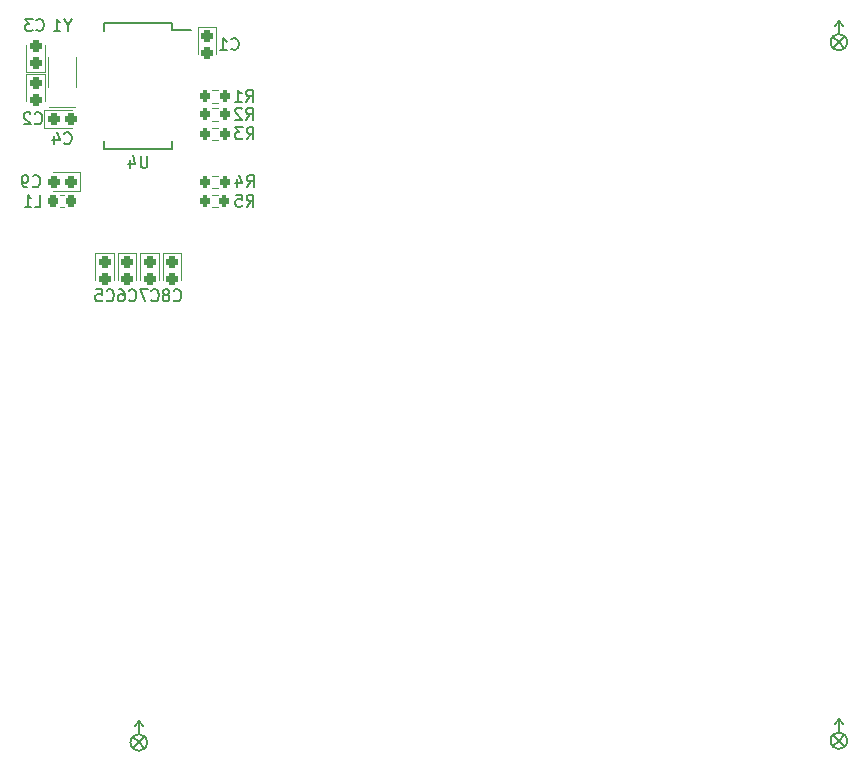
<source format=gbo>
G04 #@! TF.GenerationSoftware,KiCad,Pcbnew,7.0.7*
G04 #@! TF.CreationDate,2023-10-04T16:42:28-06:00*
G04 #@! TF.ProjectId,Modular_Interfaces,4d6f6475-6c61-4725-9f49-6e7465726661,rev?*
G04 #@! TF.SameCoordinates,Original*
G04 #@! TF.FileFunction,Legend,Bot*
G04 #@! TF.FilePolarity,Positive*
%FSLAX46Y46*%
G04 Gerber Fmt 4.6, Leading zero omitted, Abs format (unit mm)*
G04 Created by KiCad (PCBNEW 7.0.7) date 2023-10-04 16:42:28*
%MOMM*%
%LPD*%
G01*
G04 APERTURE LIST*
G04 Aperture macros list*
%AMRoundRect*
0 Rectangle with rounded corners*
0 $1 Rounding radius*
0 $2 $3 $4 $5 $6 $7 $8 $9 X,Y pos of 4 corners*
0 Add a 4 corners polygon primitive as box body*
4,1,4,$2,$3,$4,$5,$6,$7,$8,$9,$2,$3,0*
0 Add four circle primitives for the rounded corners*
1,1,$1+$1,$2,$3*
1,1,$1+$1,$4,$5*
1,1,$1+$1,$6,$7*
1,1,$1+$1,$8,$9*
0 Add four rect primitives between the rounded corners*
20,1,$1+$1,$2,$3,$4,$5,0*
20,1,$1+$1,$4,$5,$6,$7,0*
20,1,$1+$1,$6,$7,$8,$9,0*
20,1,$1+$1,$8,$9,$2,$3,0*%
G04 Aperture macros list end*
%ADD10C,0.150000*%
%ADD11C,0.120000*%
%ADD12R,1.350000X1.350000*%
%ADD13O,1.350000X1.350000*%
%ADD14C,3.250000*%
%ADD15R,1.500000X1.500000*%
%ADD16C,1.500000*%
%ADD17C,2.300000*%
%ADD18RoundRect,0.250000X-0.350000X-0.625000X0.350000X-0.625000X0.350000X0.625000X-0.350000X0.625000X0*%
%ADD19O,1.200000X1.750000*%
%ADD20C,3.000000*%
%ADD21RoundRect,0.218750X-0.218750X-0.256250X0.218750X-0.256250X0.218750X0.256250X-0.218750X0.256250X0*%
%ADD22R,2.200000X1.300000*%
%ADD23RoundRect,0.250000X-0.275000X0.287500X-0.275000X-0.287500X0.275000X-0.287500X0.275000X0.287500X0*%
%ADD24RoundRect,0.200000X-0.200000X-0.275000X0.200000X-0.275000X0.200000X0.275000X-0.200000X0.275000X0*%
%ADD25RoundRect,0.250000X-0.287500X-0.275000X0.287500X-0.275000X0.287500X0.275000X-0.287500X0.275000X0*%
%ADD26RoundRect,0.250000X0.287500X0.275000X-0.287500X0.275000X-0.287500X-0.275000X0.287500X-0.275000X0*%
%ADD27RoundRect,0.200000X0.200000X0.275000X-0.200000X0.275000X-0.200000X-0.275000X0.200000X-0.275000X0*%
%ADD28RoundRect,0.250000X0.275000X-0.287500X0.275000X0.287500X-0.275000X0.287500X-0.275000X-0.287500X0*%
%ADD29R,1.750000X0.450000*%
G04 APERTURE END LIST*
D10*
X114717666Y-59890519D02*
X115193856Y-59890519D01*
X115193856Y-59890519D02*
X115193856Y-58890519D01*
X113860523Y-59890519D02*
X114431951Y-59890519D01*
X114146237Y-59890519D02*
X114146237Y-58890519D01*
X114146237Y-58890519D02*
X114241475Y-59033376D01*
X114241475Y-59033376D02*
X114336713Y-59128614D01*
X114336713Y-59128614D02*
X114431951Y-59176233D01*
X117504690Y-44531328D02*
X117504690Y-45007519D01*
X117838023Y-44007519D02*
X117504690Y-44531328D01*
X117504690Y-44531328D02*
X117171357Y-44007519D01*
X116314214Y-45007519D02*
X116885642Y-45007519D01*
X116599928Y-45007519D02*
X116599928Y-44007519D01*
X116599928Y-44007519D02*
X116695166Y-44150376D01*
X116695166Y-44150376D02*
X116790404Y-44245614D01*
X116790404Y-44245614D02*
X116885642Y-44293233D01*
X126505166Y-67812280D02*
X126552785Y-67859900D01*
X126552785Y-67859900D02*
X126695642Y-67907519D01*
X126695642Y-67907519D02*
X126790880Y-67907519D01*
X126790880Y-67907519D02*
X126933737Y-67859900D01*
X126933737Y-67859900D02*
X127028975Y-67764661D01*
X127028975Y-67764661D02*
X127076594Y-67669423D01*
X127076594Y-67669423D02*
X127124213Y-67478947D01*
X127124213Y-67478947D02*
X127124213Y-67336090D01*
X127124213Y-67336090D02*
X127076594Y-67145614D01*
X127076594Y-67145614D02*
X127028975Y-67050376D01*
X127028975Y-67050376D02*
X126933737Y-66955138D01*
X126933737Y-66955138D02*
X126790880Y-66907519D01*
X126790880Y-66907519D02*
X126695642Y-66907519D01*
X126695642Y-66907519D02*
X126552785Y-66955138D01*
X126552785Y-66955138D02*
X126505166Y-67002757D01*
X125933737Y-67336090D02*
X126028975Y-67288471D01*
X126028975Y-67288471D02*
X126076594Y-67240852D01*
X126076594Y-67240852D02*
X126124213Y-67145614D01*
X126124213Y-67145614D02*
X126124213Y-67097995D01*
X126124213Y-67097995D02*
X126076594Y-67002757D01*
X126076594Y-67002757D02*
X126028975Y-66955138D01*
X126028975Y-66955138D02*
X125933737Y-66907519D01*
X125933737Y-66907519D02*
X125743261Y-66907519D01*
X125743261Y-66907519D02*
X125648023Y-66955138D01*
X125648023Y-66955138D02*
X125600404Y-67002757D01*
X125600404Y-67002757D02*
X125552785Y-67097995D01*
X125552785Y-67097995D02*
X125552785Y-67145614D01*
X125552785Y-67145614D02*
X125600404Y-67240852D01*
X125600404Y-67240852D02*
X125648023Y-67288471D01*
X125648023Y-67288471D02*
X125743261Y-67336090D01*
X125743261Y-67336090D02*
X125933737Y-67336090D01*
X125933737Y-67336090D02*
X126028975Y-67383709D01*
X126028975Y-67383709D02*
X126076594Y-67431328D01*
X126076594Y-67431328D02*
X126124213Y-67526566D01*
X126124213Y-67526566D02*
X126124213Y-67717042D01*
X126124213Y-67717042D02*
X126076594Y-67812280D01*
X126076594Y-67812280D02*
X126028975Y-67859900D01*
X126028975Y-67859900D02*
X125933737Y-67907519D01*
X125933737Y-67907519D02*
X125743261Y-67907519D01*
X125743261Y-67907519D02*
X125648023Y-67859900D01*
X125648023Y-67859900D02*
X125600404Y-67812280D01*
X125600404Y-67812280D02*
X125552785Y-67717042D01*
X125552785Y-67717042D02*
X125552785Y-67526566D01*
X125552785Y-67526566D02*
X125600404Y-67431328D01*
X125600404Y-67431328D02*
X125648023Y-67383709D01*
X125648023Y-67383709D02*
X125743261Y-67336090D01*
X132675166Y-58233519D02*
X133008499Y-57757328D01*
X133246594Y-58233519D02*
X133246594Y-57233519D01*
X133246594Y-57233519D02*
X132865642Y-57233519D01*
X132865642Y-57233519D02*
X132770404Y-57281138D01*
X132770404Y-57281138D02*
X132722785Y-57328757D01*
X132722785Y-57328757D02*
X132675166Y-57423995D01*
X132675166Y-57423995D02*
X132675166Y-57566852D01*
X132675166Y-57566852D02*
X132722785Y-57662090D01*
X132722785Y-57662090D02*
X132770404Y-57709709D01*
X132770404Y-57709709D02*
X132865642Y-57757328D01*
X132865642Y-57757328D02*
X133246594Y-57757328D01*
X131818023Y-57566852D02*
X131818023Y-58233519D01*
X132056118Y-57185900D02*
X132294213Y-57900185D01*
X132294213Y-57900185D02*
X131675166Y-57900185D01*
X124605166Y-67807280D02*
X124652785Y-67854900D01*
X124652785Y-67854900D02*
X124795642Y-67902519D01*
X124795642Y-67902519D02*
X124890880Y-67902519D01*
X124890880Y-67902519D02*
X125033737Y-67854900D01*
X125033737Y-67854900D02*
X125128975Y-67759661D01*
X125128975Y-67759661D02*
X125176594Y-67664423D01*
X125176594Y-67664423D02*
X125224213Y-67473947D01*
X125224213Y-67473947D02*
X125224213Y-67331090D01*
X125224213Y-67331090D02*
X125176594Y-67140614D01*
X125176594Y-67140614D02*
X125128975Y-67045376D01*
X125128975Y-67045376D02*
X125033737Y-66950138D01*
X125033737Y-66950138D02*
X124890880Y-66902519D01*
X124890880Y-66902519D02*
X124795642Y-66902519D01*
X124795642Y-66902519D02*
X124652785Y-66950138D01*
X124652785Y-66950138D02*
X124605166Y-66997757D01*
X124271832Y-66902519D02*
X123605166Y-66902519D01*
X123605166Y-66902519D02*
X124033737Y-67902519D01*
X117215166Y-54512280D02*
X117262785Y-54559900D01*
X117262785Y-54559900D02*
X117405642Y-54607519D01*
X117405642Y-54607519D02*
X117500880Y-54607519D01*
X117500880Y-54607519D02*
X117643737Y-54559900D01*
X117643737Y-54559900D02*
X117738975Y-54464661D01*
X117738975Y-54464661D02*
X117786594Y-54369423D01*
X117786594Y-54369423D02*
X117834213Y-54178947D01*
X117834213Y-54178947D02*
X117834213Y-54036090D01*
X117834213Y-54036090D02*
X117786594Y-53845614D01*
X117786594Y-53845614D02*
X117738975Y-53750376D01*
X117738975Y-53750376D02*
X117643737Y-53655138D01*
X117643737Y-53655138D02*
X117500880Y-53607519D01*
X117500880Y-53607519D02*
X117405642Y-53607519D01*
X117405642Y-53607519D02*
X117262785Y-53655138D01*
X117262785Y-53655138D02*
X117215166Y-53702757D01*
X116358023Y-53940852D02*
X116358023Y-54607519D01*
X116596118Y-53559900D02*
X116834213Y-54274185D01*
X116834213Y-54274185D02*
X116215166Y-54274185D01*
X114557666Y-58142280D02*
X114605285Y-58189900D01*
X114605285Y-58189900D02*
X114748142Y-58237519D01*
X114748142Y-58237519D02*
X114843380Y-58237519D01*
X114843380Y-58237519D02*
X114986237Y-58189900D01*
X114986237Y-58189900D02*
X115081475Y-58094661D01*
X115081475Y-58094661D02*
X115129094Y-57999423D01*
X115129094Y-57999423D02*
X115176713Y-57808947D01*
X115176713Y-57808947D02*
X115176713Y-57666090D01*
X115176713Y-57666090D02*
X115129094Y-57475614D01*
X115129094Y-57475614D02*
X115081475Y-57380376D01*
X115081475Y-57380376D02*
X114986237Y-57285138D01*
X114986237Y-57285138D02*
X114843380Y-57237519D01*
X114843380Y-57237519D02*
X114748142Y-57237519D01*
X114748142Y-57237519D02*
X114605285Y-57285138D01*
X114605285Y-57285138D02*
X114557666Y-57332757D01*
X114081475Y-58237519D02*
X113890999Y-58237519D01*
X113890999Y-58237519D02*
X113795761Y-58189900D01*
X113795761Y-58189900D02*
X113748142Y-58142280D01*
X113748142Y-58142280D02*
X113652904Y-57999423D01*
X113652904Y-57999423D02*
X113605285Y-57808947D01*
X113605285Y-57808947D02*
X113605285Y-57427995D01*
X113605285Y-57427995D02*
X113652904Y-57332757D01*
X113652904Y-57332757D02*
X113700523Y-57285138D01*
X113700523Y-57285138D02*
X113795761Y-57237519D01*
X113795761Y-57237519D02*
X113986237Y-57237519D01*
X113986237Y-57237519D02*
X114081475Y-57285138D01*
X114081475Y-57285138D02*
X114129094Y-57332757D01*
X114129094Y-57332757D02*
X114176713Y-57427995D01*
X114176713Y-57427995D02*
X114176713Y-57666090D01*
X114176713Y-57666090D02*
X114129094Y-57761328D01*
X114129094Y-57761328D02*
X114081475Y-57808947D01*
X114081475Y-57808947D02*
X113986237Y-57856566D01*
X113986237Y-57856566D02*
X113795761Y-57856566D01*
X113795761Y-57856566D02*
X113700523Y-57808947D01*
X113700523Y-57808947D02*
X113652904Y-57761328D01*
X113652904Y-57761328D02*
X113605285Y-57666090D01*
X132632166Y-52532519D02*
X132965499Y-52056328D01*
X133203594Y-52532519D02*
X133203594Y-51532519D01*
X133203594Y-51532519D02*
X132822642Y-51532519D01*
X132822642Y-51532519D02*
X132727404Y-51580138D01*
X132727404Y-51580138D02*
X132679785Y-51627757D01*
X132679785Y-51627757D02*
X132632166Y-51722995D01*
X132632166Y-51722995D02*
X132632166Y-51865852D01*
X132632166Y-51865852D02*
X132679785Y-51961090D01*
X132679785Y-51961090D02*
X132727404Y-52008709D01*
X132727404Y-52008709D02*
X132822642Y-52056328D01*
X132822642Y-52056328D02*
X133203594Y-52056328D01*
X132251213Y-51627757D02*
X132203594Y-51580138D01*
X132203594Y-51580138D02*
X132108356Y-51532519D01*
X132108356Y-51532519D02*
X131870261Y-51532519D01*
X131870261Y-51532519D02*
X131775023Y-51580138D01*
X131775023Y-51580138D02*
X131727404Y-51627757D01*
X131727404Y-51627757D02*
X131679785Y-51722995D01*
X131679785Y-51722995D02*
X131679785Y-51818233D01*
X131679785Y-51818233D02*
X131727404Y-51961090D01*
X131727404Y-51961090D02*
X132298832Y-52532519D01*
X132298832Y-52532519D02*
X131679785Y-52532519D01*
X132655166Y-59887519D02*
X132988499Y-59411328D01*
X133226594Y-59887519D02*
X133226594Y-58887519D01*
X133226594Y-58887519D02*
X132845642Y-58887519D01*
X132845642Y-58887519D02*
X132750404Y-58935138D01*
X132750404Y-58935138D02*
X132702785Y-58982757D01*
X132702785Y-58982757D02*
X132655166Y-59077995D01*
X132655166Y-59077995D02*
X132655166Y-59220852D01*
X132655166Y-59220852D02*
X132702785Y-59316090D01*
X132702785Y-59316090D02*
X132750404Y-59363709D01*
X132750404Y-59363709D02*
X132845642Y-59411328D01*
X132845642Y-59411328D02*
X133226594Y-59411328D01*
X131750404Y-58887519D02*
X132226594Y-58887519D01*
X132226594Y-58887519D02*
X132274213Y-59363709D01*
X132274213Y-59363709D02*
X132226594Y-59316090D01*
X132226594Y-59316090D02*
X132131356Y-59268471D01*
X132131356Y-59268471D02*
X131893261Y-59268471D01*
X131893261Y-59268471D02*
X131798023Y-59316090D01*
X131798023Y-59316090D02*
X131750404Y-59363709D01*
X131750404Y-59363709D02*
X131702785Y-59458947D01*
X131702785Y-59458947D02*
X131702785Y-59697042D01*
X131702785Y-59697042D02*
X131750404Y-59792280D01*
X131750404Y-59792280D02*
X131798023Y-59839900D01*
X131798023Y-59839900D02*
X131893261Y-59887519D01*
X131893261Y-59887519D02*
X132131356Y-59887519D01*
X132131356Y-59887519D02*
X132226594Y-59839900D01*
X132226594Y-59839900D02*
X132274213Y-59792280D01*
X132607166Y-51007519D02*
X132940499Y-50531328D01*
X133178594Y-51007519D02*
X133178594Y-50007519D01*
X133178594Y-50007519D02*
X132797642Y-50007519D01*
X132797642Y-50007519D02*
X132702404Y-50055138D01*
X132702404Y-50055138D02*
X132654785Y-50102757D01*
X132654785Y-50102757D02*
X132607166Y-50197995D01*
X132607166Y-50197995D02*
X132607166Y-50340852D01*
X132607166Y-50340852D02*
X132654785Y-50436090D01*
X132654785Y-50436090D02*
X132702404Y-50483709D01*
X132702404Y-50483709D02*
X132797642Y-50531328D01*
X132797642Y-50531328D02*
X133178594Y-50531328D01*
X131654785Y-51007519D02*
X132226213Y-51007519D01*
X131940499Y-51007519D02*
X131940499Y-50007519D01*
X131940499Y-50007519D02*
X132035737Y-50150376D01*
X132035737Y-50150376D02*
X132130975Y-50245614D01*
X132130975Y-50245614D02*
X132226213Y-50293233D01*
X114725166Y-52822280D02*
X114772785Y-52869900D01*
X114772785Y-52869900D02*
X114915642Y-52917519D01*
X114915642Y-52917519D02*
X115010880Y-52917519D01*
X115010880Y-52917519D02*
X115153737Y-52869900D01*
X115153737Y-52869900D02*
X115248975Y-52774661D01*
X115248975Y-52774661D02*
X115296594Y-52679423D01*
X115296594Y-52679423D02*
X115344213Y-52488947D01*
X115344213Y-52488947D02*
X115344213Y-52346090D01*
X115344213Y-52346090D02*
X115296594Y-52155614D01*
X115296594Y-52155614D02*
X115248975Y-52060376D01*
X115248975Y-52060376D02*
X115153737Y-51965138D01*
X115153737Y-51965138D02*
X115010880Y-51917519D01*
X115010880Y-51917519D02*
X114915642Y-51917519D01*
X114915642Y-51917519D02*
X114772785Y-51965138D01*
X114772785Y-51965138D02*
X114725166Y-52012757D01*
X114344213Y-52012757D02*
X114296594Y-51965138D01*
X114296594Y-51965138D02*
X114201356Y-51917519D01*
X114201356Y-51917519D02*
X113963261Y-51917519D01*
X113963261Y-51917519D02*
X113868023Y-51965138D01*
X113868023Y-51965138D02*
X113820404Y-52012757D01*
X113820404Y-52012757D02*
X113772785Y-52107995D01*
X113772785Y-52107995D02*
X113772785Y-52203233D01*
X113772785Y-52203233D02*
X113820404Y-52346090D01*
X113820404Y-52346090D02*
X114391832Y-52917519D01*
X114391832Y-52917519D02*
X113772785Y-52917519D01*
X114865166Y-44912280D02*
X114912785Y-44959900D01*
X114912785Y-44959900D02*
X115055642Y-45007519D01*
X115055642Y-45007519D02*
X115150880Y-45007519D01*
X115150880Y-45007519D02*
X115293737Y-44959900D01*
X115293737Y-44959900D02*
X115388975Y-44864661D01*
X115388975Y-44864661D02*
X115436594Y-44769423D01*
X115436594Y-44769423D02*
X115484213Y-44578947D01*
X115484213Y-44578947D02*
X115484213Y-44436090D01*
X115484213Y-44436090D02*
X115436594Y-44245614D01*
X115436594Y-44245614D02*
X115388975Y-44150376D01*
X115388975Y-44150376D02*
X115293737Y-44055138D01*
X115293737Y-44055138D02*
X115150880Y-44007519D01*
X115150880Y-44007519D02*
X115055642Y-44007519D01*
X115055642Y-44007519D02*
X114912785Y-44055138D01*
X114912785Y-44055138D02*
X114865166Y-44102757D01*
X114531832Y-44007519D02*
X113912785Y-44007519D01*
X113912785Y-44007519D02*
X114246118Y-44388471D01*
X114246118Y-44388471D02*
X114103261Y-44388471D01*
X114103261Y-44388471D02*
X114008023Y-44436090D01*
X114008023Y-44436090D02*
X113960404Y-44483709D01*
X113960404Y-44483709D02*
X113912785Y-44578947D01*
X113912785Y-44578947D02*
X113912785Y-44817042D01*
X113912785Y-44817042D02*
X113960404Y-44912280D01*
X113960404Y-44912280D02*
X114008023Y-44959900D01*
X114008023Y-44959900D02*
X114103261Y-45007519D01*
X114103261Y-45007519D02*
X114388975Y-45007519D01*
X114388975Y-45007519D02*
X114484213Y-44959900D01*
X114484213Y-44959900D02*
X114531832Y-44912280D01*
X132657166Y-54182519D02*
X132990499Y-53706328D01*
X133228594Y-54182519D02*
X133228594Y-53182519D01*
X133228594Y-53182519D02*
X132847642Y-53182519D01*
X132847642Y-53182519D02*
X132752404Y-53230138D01*
X132752404Y-53230138D02*
X132704785Y-53277757D01*
X132704785Y-53277757D02*
X132657166Y-53372995D01*
X132657166Y-53372995D02*
X132657166Y-53515852D01*
X132657166Y-53515852D02*
X132704785Y-53611090D01*
X132704785Y-53611090D02*
X132752404Y-53658709D01*
X132752404Y-53658709D02*
X132847642Y-53706328D01*
X132847642Y-53706328D02*
X133228594Y-53706328D01*
X132323832Y-53182519D02*
X131704785Y-53182519D01*
X131704785Y-53182519D02*
X132038118Y-53563471D01*
X132038118Y-53563471D02*
X131895261Y-53563471D01*
X131895261Y-53563471D02*
X131800023Y-53611090D01*
X131800023Y-53611090D02*
X131752404Y-53658709D01*
X131752404Y-53658709D02*
X131704785Y-53753947D01*
X131704785Y-53753947D02*
X131704785Y-53992042D01*
X131704785Y-53992042D02*
X131752404Y-54087280D01*
X131752404Y-54087280D02*
X131800023Y-54134900D01*
X131800023Y-54134900D02*
X131895261Y-54182519D01*
X131895261Y-54182519D02*
X132180975Y-54182519D01*
X132180975Y-54182519D02*
X132276213Y-54134900D01*
X132276213Y-54134900D02*
X132323832Y-54087280D01*
X120805166Y-67812280D02*
X120852785Y-67859900D01*
X120852785Y-67859900D02*
X120995642Y-67907519D01*
X120995642Y-67907519D02*
X121090880Y-67907519D01*
X121090880Y-67907519D02*
X121233737Y-67859900D01*
X121233737Y-67859900D02*
X121328975Y-67764661D01*
X121328975Y-67764661D02*
X121376594Y-67669423D01*
X121376594Y-67669423D02*
X121424213Y-67478947D01*
X121424213Y-67478947D02*
X121424213Y-67336090D01*
X121424213Y-67336090D02*
X121376594Y-67145614D01*
X121376594Y-67145614D02*
X121328975Y-67050376D01*
X121328975Y-67050376D02*
X121233737Y-66955138D01*
X121233737Y-66955138D02*
X121090880Y-66907519D01*
X121090880Y-66907519D02*
X120995642Y-66907519D01*
X120995642Y-66907519D02*
X120852785Y-66955138D01*
X120852785Y-66955138D02*
X120805166Y-67002757D01*
X119900404Y-66907519D02*
X120376594Y-66907519D01*
X120376594Y-66907519D02*
X120424213Y-67383709D01*
X120424213Y-67383709D02*
X120376594Y-67336090D01*
X120376594Y-67336090D02*
X120281356Y-67288471D01*
X120281356Y-67288471D02*
X120043261Y-67288471D01*
X120043261Y-67288471D02*
X119948023Y-67336090D01*
X119948023Y-67336090D02*
X119900404Y-67383709D01*
X119900404Y-67383709D02*
X119852785Y-67478947D01*
X119852785Y-67478947D02*
X119852785Y-67717042D01*
X119852785Y-67717042D02*
X119900404Y-67812280D01*
X119900404Y-67812280D02*
X119948023Y-67859900D01*
X119948023Y-67859900D02*
X120043261Y-67907519D01*
X120043261Y-67907519D02*
X120281356Y-67907519D01*
X120281356Y-67907519D02*
X120376594Y-67859900D01*
X120376594Y-67859900D02*
X120424213Y-67812280D01*
X131367166Y-46532280D02*
X131414785Y-46579900D01*
X131414785Y-46579900D02*
X131557642Y-46627519D01*
X131557642Y-46627519D02*
X131652880Y-46627519D01*
X131652880Y-46627519D02*
X131795737Y-46579900D01*
X131795737Y-46579900D02*
X131890975Y-46484661D01*
X131890975Y-46484661D02*
X131938594Y-46389423D01*
X131938594Y-46389423D02*
X131986213Y-46198947D01*
X131986213Y-46198947D02*
X131986213Y-46056090D01*
X131986213Y-46056090D02*
X131938594Y-45865614D01*
X131938594Y-45865614D02*
X131890975Y-45770376D01*
X131890975Y-45770376D02*
X131795737Y-45675138D01*
X131795737Y-45675138D02*
X131652880Y-45627519D01*
X131652880Y-45627519D02*
X131557642Y-45627519D01*
X131557642Y-45627519D02*
X131414785Y-45675138D01*
X131414785Y-45675138D02*
X131367166Y-45722757D01*
X130414785Y-46627519D02*
X130986213Y-46627519D01*
X130700499Y-46627519D02*
X130700499Y-45627519D01*
X130700499Y-45627519D02*
X130795737Y-45770376D01*
X130795737Y-45770376D02*
X130890975Y-45865614D01*
X130890975Y-45865614D02*
X130986213Y-45913233D01*
X122705166Y-67812280D02*
X122752785Y-67859900D01*
X122752785Y-67859900D02*
X122895642Y-67907519D01*
X122895642Y-67907519D02*
X122990880Y-67907519D01*
X122990880Y-67907519D02*
X123133737Y-67859900D01*
X123133737Y-67859900D02*
X123228975Y-67764661D01*
X123228975Y-67764661D02*
X123276594Y-67669423D01*
X123276594Y-67669423D02*
X123324213Y-67478947D01*
X123324213Y-67478947D02*
X123324213Y-67336090D01*
X123324213Y-67336090D02*
X123276594Y-67145614D01*
X123276594Y-67145614D02*
X123228975Y-67050376D01*
X123228975Y-67050376D02*
X123133737Y-66955138D01*
X123133737Y-66955138D02*
X122990880Y-66907519D01*
X122990880Y-66907519D02*
X122895642Y-66907519D01*
X122895642Y-66907519D02*
X122752785Y-66955138D01*
X122752785Y-66955138D02*
X122705166Y-67002757D01*
X121848023Y-66907519D02*
X122038499Y-66907519D01*
X122038499Y-66907519D02*
X122133737Y-66955138D01*
X122133737Y-66955138D02*
X122181356Y-67002757D01*
X122181356Y-67002757D02*
X122276594Y-67145614D01*
X122276594Y-67145614D02*
X122324213Y-67336090D01*
X122324213Y-67336090D02*
X122324213Y-67717042D01*
X122324213Y-67717042D02*
X122276594Y-67812280D01*
X122276594Y-67812280D02*
X122228975Y-67859900D01*
X122228975Y-67859900D02*
X122133737Y-67907519D01*
X122133737Y-67907519D02*
X121943261Y-67907519D01*
X121943261Y-67907519D02*
X121848023Y-67859900D01*
X121848023Y-67859900D02*
X121800404Y-67812280D01*
X121800404Y-67812280D02*
X121752785Y-67717042D01*
X121752785Y-67717042D02*
X121752785Y-67478947D01*
X121752785Y-67478947D02*
X121800404Y-67383709D01*
X121800404Y-67383709D02*
X121848023Y-67336090D01*
X121848023Y-67336090D02*
X121943261Y-67288471D01*
X121943261Y-67288471D02*
X122133737Y-67288471D01*
X122133737Y-67288471D02*
X122228975Y-67336090D01*
X122228975Y-67336090D02*
X122276594Y-67383709D01*
X122276594Y-67383709D02*
X122324213Y-67478947D01*
X124250404Y-55607519D02*
X124250404Y-56417042D01*
X124250404Y-56417042D02*
X124202785Y-56512280D01*
X124202785Y-56512280D02*
X124155166Y-56559900D01*
X124155166Y-56559900D02*
X124059928Y-56607519D01*
X124059928Y-56607519D02*
X123869452Y-56607519D01*
X123869452Y-56607519D02*
X123774214Y-56559900D01*
X123774214Y-56559900D02*
X123726595Y-56512280D01*
X123726595Y-56512280D02*
X123678976Y-56417042D01*
X123678976Y-56417042D02*
X123678976Y-55607519D01*
X122774214Y-55940852D02*
X122774214Y-56607519D01*
X123012309Y-55559900D02*
X123250404Y-56274185D01*
X123250404Y-56274185D02*
X122631357Y-56274185D01*
X123527000Y-105261200D02*
X123052000Y-105736200D01*
X123527000Y-105261200D02*
X124002000Y-105736200D01*
X123527000Y-105261200D02*
X123052000Y-104786200D01*
X123527000Y-105261200D02*
X124002000Y-104786200D01*
X123527000Y-104561200D02*
X123527000Y-103461200D01*
X123527000Y-103461200D02*
X123177000Y-103861200D01*
X123527000Y-103461200D02*
X123877000Y-103861200D01*
X124227446Y-105261200D02*
G75*
G03*
X124227446Y-105261200I-700446J0D01*
G01*
X182797000Y-45971200D02*
X182322000Y-46446200D01*
X182797000Y-45971200D02*
X183272000Y-46446200D01*
X182797000Y-45971200D02*
X182322000Y-45496200D01*
X182797000Y-45971200D02*
X183272000Y-45496200D01*
X182797000Y-45271200D02*
X182797000Y-44171200D01*
X182797000Y-44171200D02*
X182447000Y-44571200D01*
X182797000Y-44171200D02*
X183147000Y-44571200D01*
X183497446Y-45971200D02*
G75*
G03*
X183497446Y-45971200I-700446J0D01*
G01*
X182797000Y-105111200D02*
X182322000Y-105586200D01*
X182797000Y-105111200D02*
X183272000Y-105586200D01*
X182797000Y-105111200D02*
X182322000Y-104636200D01*
X182797000Y-105111200D02*
X183272000Y-104636200D01*
X182797000Y-104411200D02*
X182797000Y-103311200D01*
X182797000Y-103311200D02*
X182447000Y-103711200D01*
X182797000Y-103311200D02*
X183147000Y-103711200D01*
X183497446Y-105111200D02*
G75*
G03*
X183497446Y-105111200I-700446J0D01*
G01*
D11*
X116878221Y-58926700D02*
X117203779Y-58926700D01*
X116878221Y-59946700D02*
X117203779Y-59946700D01*
X118130500Y-51427700D02*
X115930500Y-51427700D01*
X115880500Y-49727700D02*
X115880500Y-47227700D01*
X118180500Y-49727700D02*
X118180500Y-47227700D01*
X127123500Y-63802700D02*
X127123500Y-66112700D01*
X125553500Y-63802700D02*
X127123500Y-63802700D01*
X125553500Y-66112700D02*
X125553500Y-63802700D01*
X129731242Y-57260200D02*
X130205758Y-57260200D01*
X129731242Y-58305200D02*
X130205758Y-58305200D01*
X125223500Y-63802700D02*
X125223500Y-66112700D01*
X123653500Y-63802700D02*
X125223500Y-63802700D01*
X123653500Y-66112700D02*
X123653500Y-63802700D01*
X115543000Y-51677700D02*
X117853000Y-51677700D01*
X115543000Y-53247700D02*
X115543000Y-51677700D01*
X117853000Y-53247700D02*
X115543000Y-53247700D01*
X118573500Y-58567700D02*
X116263500Y-58567700D01*
X118573500Y-56997700D02*
X118573500Y-58567700D01*
X116263500Y-56997700D02*
X118573500Y-56997700D01*
X130202758Y-52600200D02*
X129728242Y-52600200D01*
X130202758Y-51555200D02*
X129728242Y-51555200D01*
X130195758Y-59955200D02*
X129721242Y-59955200D01*
X130195758Y-58910200D02*
X129721242Y-58910200D01*
X130202758Y-51075200D02*
X129728242Y-51075200D01*
X130202758Y-50030200D02*
X129728242Y-50030200D01*
X115583500Y-48665200D02*
X115583500Y-50975200D01*
X114013500Y-48665200D02*
X115583500Y-48665200D01*
X114013500Y-50975200D02*
X114013500Y-48665200D01*
X114013500Y-48490200D02*
X114013500Y-46180200D01*
X115583500Y-48490200D02*
X114013500Y-48490200D01*
X115583500Y-46180200D02*
X115583500Y-48490200D01*
X129728242Y-53205200D02*
X130202758Y-53205200D01*
X129728242Y-54250200D02*
X130202758Y-54250200D01*
X121423500Y-63802700D02*
X121423500Y-66112700D01*
X119853500Y-63802700D02*
X121423500Y-63802700D01*
X119853500Y-66112700D02*
X119853500Y-63802700D01*
X130075500Y-44667700D02*
X130075500Y-46977700D01*
X128505500Y-44667700D02*
X130075500Y-44667700D01*
X128505500Y-46977700D02*
X128505500Y-44667700D01*
X123323500Y-63802700D02*
X123323500Y-66112700D01*
X121753500Y-63802700D02*
X123323500Y-63802700D01*
X121753500Y-66112700D02*
X121753500Y-63802700D01*
D10*
X126365500Y-55002700D02*
X126365500Y-54352700D01*
X126365500Y-55002700D02*
X120615500Y-55002700D01*
X126365500Y-44927700D02*
X127965500Y-44927700D01*
X126365500Y-44352700D02*
X126365500Y-44927700D01*
X126365500Y-44352700D02*
X120615500Y-44352700D01*
X120615500Y-55002700D02*
X120615500Y-54352700D01*
X120615500Y-44352700D02*
X120615500Y-45002700D01*
%LPC*%
D12*
X193777000Y-105901200D03*
D13*
X193777000Y-107901200D03*
X193777000Y-109901200D03*
X193777000Y-111901200D03*
X193777000Y-113901200D03*
X193777000Y-115901200D03*
X193777000Y-117901200D03*
X193777000Y-119901200D03*
X193777000Y-121901200D03*
X193777000Y-123901200D03*
D12*
X112490500Y-46777700D03*
D13*
X112490500Y-48777700D03*
X112490500Y-50777700D03*
X112490500Y-52777700D03*
X112490500Y-54777700D03*
X112490500Y-56777700D03*
X112490500Y-58777700D03*
X112490500Y-60777700D03*
X112490500Y-62777700D03*
X112490500Y-64777700D03*
D12*
X134490500Y-46777700D03*
D13*
X134490500Y-48777700D03*
X134490500Y-50777700D03*
X134490500Y-52777700D03*
X134490500Y-54777700D03*
X134490500Y-56777700D03*
X134490500Y-58777700D03*
X134490500Y-60777700D03*
X134490500Y-62777700D03*
X134490500Y-64777700D03*
D14*
X129778500Y-65102700D03*
X117078500Y-65102700D03*
D15*
X126988500Y-62562700D03*
D16*
X125972500Y-60782700D03*
X124956500Y-62562700D03*
X123940500Y-60782700D03*
X122924500Y-62562700D03*
X121908500Y-60782700D03*
X120892500Y-62562700D03*
X119876500Y-60782700D03*
X130288500Y-55962700D03*
X127998500Y-55962700D03*
X118858500Y-55962700D03*
X116568500Y-55962700D03*
D17*
X131558500Y-61672700D03*
X115298500Y-61672700D03*
D18*
X179777000Y-117941200D03*
D19*
X181777000Y-117941200D03*
X183777000Y-117941200D03*
X185777000Y-117941200D03*
D12*
X171807000Y-105911200D03*
D13*
X171807000Y-107911200D03*
X171807000Y-109911200D03*
X171807000Y-111911200D03*
X171807000Y-113911200D03*
X171807000Y-115911200D03*
X171807000Y-117911200D03*
X171807000Y-119911200D03*
X171807000Y-121911200D03*
X171807000Y-123911200D03*
D12*
X171800800Y-46772200D03*
D13*
X171800800Y-48772200D03*
X171800800Y-50772200D03*
X171800800Y-52772200D03*
X171800800Y-54772200D03*
X171800800Y-56772200D03*
X171800800Y-58772200D03*
X171800800Y-60772200D03*
X171800800Y-62772200D03*
X171800800Y-64772200D03*
D12*
X134517000Y-106061200D03*
D13*
X134517000Y-108061200D03*
X134517000Y-110061200D03*
X134517000Y-112061200D03*
X134517000Y-114061200D03*
X134517000Y-116061200D03*
X134517000Y-118061200D03*
X134517000Y-120061200D03*
X134517000Y-122061200D03*
X134517000Y-124061200D03*
D18*
X121507000Y-118091200D03*
D19*
X123507000Y-118091200D03*
X125507000Y-118091200D03*
D12*
X193788200Y-46782600D03*
D13*
X193788200Y-48782600D03*
X193788200Y-50782600D03*
X193788200Y-52782600D03*
X193788200Y-54782600D03*
X193788200Y-56782600D03*
X193788200Y-58782600D03*
X193788200Y-60782600D03*
X193788200Y-62782600D03*
X193788200Y-64782600D03*
D20*
X176220000Y-58998000D03*
X189360000Y-58998000D03*
D12*
X112530800Y-106062200D03*
D13*
X112530800Y-108062200D03*
X112530800Y-110062200D03*
X112530800Y-112062200D03*
X112530800Y-114062200D03*
X112530800Y-116062200D03*
X112530800Y-118062200D03*
X112530800Y-120062200D03*
X112530800Y-122062200D03*
X112530800Y-124062200D03*
D21*
X116253500Y-59436700D03*
X117828500Y-59436700D03*
D22*
X117030500Y-50577700D03*
X117030500Y-46377700D03*
D23*
X126338500Y-64600200D03*
X126338500Y-66025200D03*
D24*
X129143500Y-57782700D03*
X130793500Y-57782700D03*
D23*
X124438500Y-64600200D03*
X124438500Y-66025200D03*
D25*
X116340500Y-52462700D03*
X117765500Y-52462700D03*
D26*
X117776000Y-57782700D03*
X116351000Y-57782700D03*
D27*
X130790500Y-52077700D03*
X129140500Y-52077700D03*
X130783500Y-59432700D03*
X129133500Y-59432700D03*
X130790500Y-50552700D03*
X129140500Y-50552700D03*
D23*
X114798500Y-49462700D03*
X114798500Y-50887700D03*
D28*
X114798500Y-47692700D03*
X114798500Y-46267700D03*
D24*
X129140500Y-53727700D03*
X130790500Y-53727700D03*
D23*
X120638500Y-64600200D03*
X120638500Y-66025200D03*
X129290500Y-45465200D03*
X129290500Y-46890200D03*
X122538500Y-64600200D03*
X122538500Y-66025200D03*
D29*
X127090500Y-45452700D03*
X127090500Y-46102700D03*
X127090500Y-46752700D03*
X127090500Y-47402700D03*
X127090500Y-48052700D03*
X127090500Y-48702700D03*
X127090500Y-49352700D03*
X127090500Y-50002700D03*
X127090500Y-50652700D03*
X127090500Y-51302700D03*
X127090500Y-51952700D03*
X127090500Y-52602700D03*
X127090500Y-53252700D03*
X127090500Y-53902700D03*
X119890500Y-53902700D03*
X119890500Y-53252700D03*
X119890500Y-52602700D03*
X119890500Y-51952700D03*
X119890500Y-51302700D03*
X119890500Y-50652700D03*
X119890500Y-50002700D03*
X119890500Y-49352700D03*
X119890500Y-48702700D03*
X119890500Y-48052700D03*
X119890500Y-47402700D03*
X119890500Y-46752700D03*
X119890500Y-46102700D03*
X119890500Y-45452700D03*
%LPD*%
M02*

</source>
